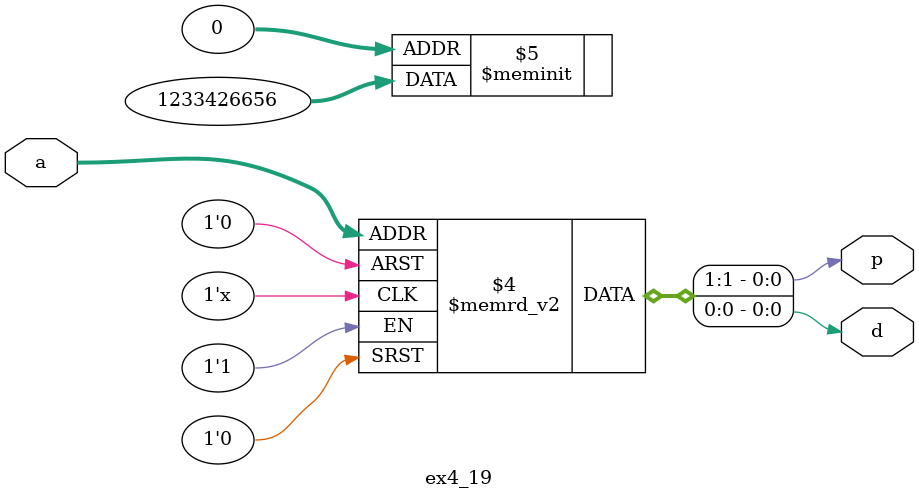
<source format=sv>
module ex4_19(input  logic [3:0] a,
              output logic       p, d);
  always_comb
    case (a)
       0: {p, d} = 2'b00;
       1: {p, d} = 2'b00;
       2: {p, d} = 2'b10;
       3: {p, d} = 2'b11;
       4: {p, d} = 2'b00;
       5: {p, d} = 2'b10;
       6: {p, d} = 2'b01;
       7: {p, d} = 2'b10;
       8: {p, d} = 2'b00;
       9: {p, d} = 2'b01;
      10: {p, d} = 2'b00;
      11: {p, d} = 2'b10;
      12: {p, d} = 2'b01;
      13: {p, d} = 2'b10;
      14: {p, d} = 2'b00;
      15: {p, d} = 2'b01;
    endcase
endmodule

</source>
